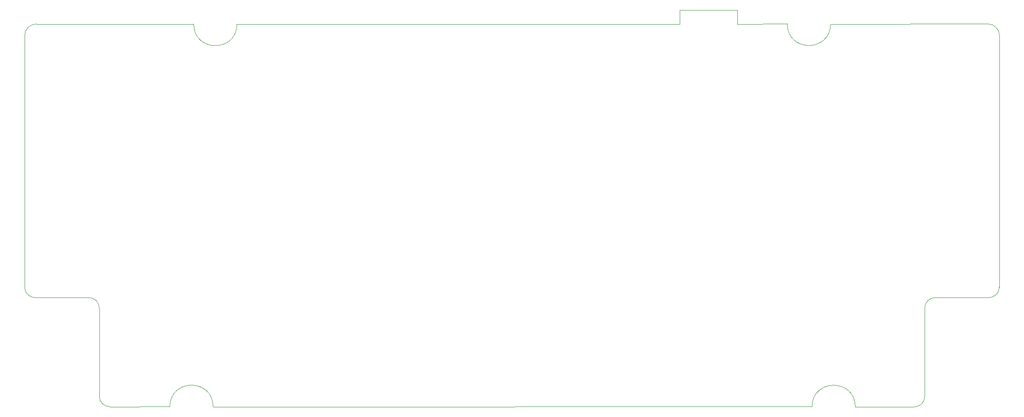
<source format=gbr>
G04 #@! TF.GenerationSoftware,KiCad,Pcbnew,(5.99.0-2555-g9cc6a77cc-dirty)*
G04 #@! TF.CreationDate,2020-09-08T07:39:34-05:00*
G04 #@! TF.ProjectId,_33,5f33332e-6b69-4636-9164-5f7063625858,rev?*
G04 #@! TF.SameCoordinates,Original*
G04 #@! TF.FileFunction,Glue,Top*
G04 #@! TF.FilePolarity,Positive*
%FSLAX46Y46*%
G04 Gerber Fmt 4.6, Leading zero omitted, Abs format (unit mm)*
G04 Created by KiCad (PCBNEW (5.99.0-2555-g9cc6a77cc-dirty)) date 2020-09-08 07:39:34*
%MOMM*%
%LPD*%
G01*
G04 APERTURE LIST*
G04 #@! TA.AperFunction,Profile*
%ADD10C,0.050000*%
G04 #@! TD*
G04 #@! TA.AperFunction,Profile*
%ADD11C,0.100000*%
G04 #@! TD*
G04 APERTURE END LIST*
D10*
X241750000Y-48140000D02*
G75*
G02*
X244000199Y-50390199I0J-2250199D01*
G01*
X182420000Y-48160000D02*
X97178803Y-48212991D01*
X227600000Y-121950000D02*
X216250000Y-121940000D01*
X84250000Y-121887009D02*
X72680000Y-121910000D01*
X207910222Y-121897009D02*
G75*
G02*
X216250000Y-121940000I4169778J-42991D01*
G01*
X72680000Y-121910000D02*
G75*
G02*
X70670000Y-119900000I0J2010000D01*
G01*
X231620000Y-100890000D02*
X241980000Y-100890000D01*
X241980000Y-100890000D02*
G75*
G03*
X243990000Y-98880000I0J2010000D01*
G01*
X229610000Y-119940000D02*
X229610000Y-102900000D01*
X231620000Y-100890000D02*
G75*
G03*
X229610000Y-102900000I0J-2010000D01*
G01*
X227600000Y-121950000D02*
G75*
G03*
X229610000Y-119940000I0J2010000D01*
G01*
X56289801Y-50410000D02*
G75*
G02*
X58540000Y-48159801I2250199J0D01*
G01*
D11*
X56290000Y-98880000D02*
X56289801Y-50410000D01*
D10*
X68660000Y-100890000D02*
G75*
G02*
X70670000Y-102900000I0J-2010000D01*
G01*
X211489778Y-48182991D02*
G75*
G02*
X203150000Y-48140000I-4169778J42991D01*
G01*
X58540000Y-48159801D02*
X88839025Y-48170000D01*
X84250000Y-121887009D02*
G75*
G02*
X92589778Y-121930000I4169778J-42991D01*
G01*
D11*
X244000199Y-50390199D02*
X243990000Y-98880000D01*
D10*
X58300000Y-100890000D02*
G75*
G02*
X56290000Y-98880000I0J2010000D01*
G01*
X182420000Y-48160000D02*
X182420000Y-45500000D01*
X241750000Y-48140000D02*
X211489778Y-48182991D01*
D11*
X207910222Y-121897009D02*
X92589778Y-121930000D01*
D10*
X68660000Y-100890000D02*
X58300000Y-100890000D01*
X182420000Y-45500000D02*
X193510000Y-45500000D01*
X97178803Y-48212991D02*
G75*
G02*
X88839025Y-48170000I-4169778J42991D01*
G01*
X70670000Y-119900000D02*
X70670000Y-102900000D01*
X193510000Y-45500000D02*
X193510000Y-48160000D01*
X193510000Y-48160000D02*
X203150000Y-48140000D01*
M02*

</source>
